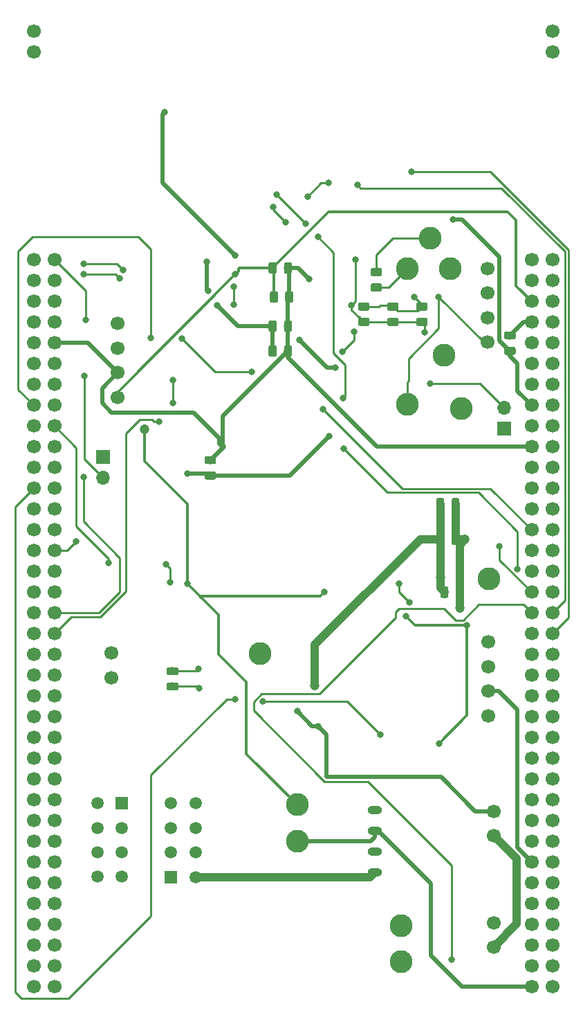
<source format=gbr>
G04 #@! TF.GenerationSoftware,KiCad,Pcbnew,(5.1.4)-1*
G04 #@! TF.CreationDate,2019-11-23T11:55:31-06:00*
G04 #@! TF.ProjectId,BPS_Nucleo,4250535f-4e75-4636-9c65-6f2e6b696361,rev?*
G04 #@! TF.SameCoordinates,Original*
G04 #@! TF.FileFunction,Copper,L2,Bot*
G04 #@! TF.FilePolarity,Positive*
%FSLAX46Y46*%
G04 Gerber Fmt 4.6, Leading zero omitted, Abs format (unit mm)*
G04 Created by KiCad (PCBNEW (5.1.4)-1) date 2019-11-23 11:55:31*
%MOMM*%
%LPD*%
G04 APERTURE LIST*
%ADD10C,1.700000*%
%ADD11C,2.800000*%
%ADD12C,0.100000*%
%ADD13C,0.975000*%
%ADD14O,1.700000X1.700000*%
%ADD15R,1.700000X1.700000*%
%ADD16R,1.500000X1.500000*%
%ADD17C,1.500000*%
%ADD18O,1.800000X1.000000*%
%ADD19C,1.200000*%
%ADD20C,0.800000*%
%ADD21C,1.000000*%
%ADD22C,0.250000*%
%ADD23C,0.500000*%
%ADD24C,0.380000*%
%ADD25C,0.260000*%
G04 APERTURE END LIST*
D10*
X236855000Y-59055000D03*
X234315000Y-59055000D03*
X236855000Y-61595000D03*
X234315000Y-61595000D03*
X236855000Y-64135000D03*
X234315000Y-64135000D03*
X236855000Y-66675000D03*
X234315000Y-66675000D03*
X236855000Y-69215000D03*
X234315000Y-69215000D03*
X236855000Y-71755000D03*
X234315000Y-71755000D03*
X236855000Y-74295000D03*
X234315000Y-74295000D03*
X236855000Y-76835000D03*
X234315000Y-76835000D03*
X236855000Y-79375000D03*
X234315000Y-79375000D03*
X236855000Y-81915000D03*
X234315000Y-81915000D03*
X236855000Y-84455000D03*
X234315000Y-84455000D03*
X236855000Y-86995000D03*
X234315000Y-86995000D03*
X236855000Y-89535000D03*
X234315000Y-89535000D03*
X236855000Y-92075000D03*
X234315000Y-92075000D03*
X236855000Y-94615000D03*
X234315000Y-94615000D03*
X236855000Y-97155000D03*
X234315000Y-97155000D03*
X236855000Y-99695000D03*
X234315000Y-99695000D03*
X236855000Y-102235000D03*
X234315000Y-102235000D03*
X236855000Y-104775000D03*
X234315000Y-104775000D03*
X236855000Y-107315000D03*
X234315000Y-107315000D03*
X236855000Y-109855000D03*
X234315000Y-109855000D03*
X236855000Y-112395000D03*
X234315000Y-112395000D03*
X236855000Y-114935000D03*
X234315000Y-114935000D03*
X236855000Y-117475000D03*
X234315000Y-117475000D03*
X236855000Y-120015000D03*
X234315000Y-120015000D03*
X236855000Y-122555000D03*
X234315000Y-122555000D03*
X236855000Y-125095000D03*
X234315000Y-125095000D03*
X236855000Y-127635000D03*
X234315000Y-127635000D03*
X236855000Y-130175000D03*
X234315000Y-130175000D03*
X236855000Y-132715000D03*
X234315000Y-132715000D03*
X236855000Y-135255000D03*
X234315000Y-135255000D03*
X236855000Y-137795000D03*
X234315000Y-137795000D03*
X236855000Y-140335000D03*
X234315000Y-140335000D03*
X236855000Y-142875000D03*
X234315000Y-142875000D03*
X236855000Y-145415000D03*
X234315000Y-145415000D03*
X236855000Y-147955000D03*
X234315000Y-147955000D03*
X175895000Y-59055000D03*
X173355000Y-59055000D03*
X175895000Y-61595000D03*
X173355000Y-61595000D03*
X175895000Y-64135000D03*
X173355000Y-64135000D03*
X175895000Y-66675000D03*
X173355000Y-66675000D03*
X175895000Y-69215000D03*
X173355000Y-69215000D03*
X175895000Y-71755000D03*
X173355000Y-71755000D03*
X175895000Y-74295000D03*
X173355000Y-74295000D03*
X175895000Y-76835000D03*
X173355000Y-76835000D03*
X175895000Y-79375000D03*
X173355000Y-79375000D03*
X175895000Y-81915000D03*
X173355000Y-81915000D03*
X175895000Y-84455000D03*
X173355000Y-84455000D03*
X175895000Y-86995000D03*
X173355000Y-86995000D03*
X175895000Y-89535000D03*
X173355000Y-89535000D03*
X175895000Y-92075000D03*
X173355000Y-92075000D03*
X175895000Y-94615000D03*
X173355000Y-94615000D03*
X175895000Y-97155000D03*
X173355000Y-97155000D03*
X175895000Y-99695000D03*
X173355000Y-99695000D03*
X175895000Y-102235000D03*
X173355000Y-102235000D03*
X175895000Y-104775000D03*
X173355000Y-104775000D03*
X175895000Y-107315000D03*
X173355000Y-107315000D03*
X175895000Y-109855000D03*
X173355000Y-109855000D03*
X175895000Y-112395000D03*
X173355000Y-112395000D03*
X175895000Y-114935000D03*
X173355000Y-114935000D03*
X175895000Y-117475000D03*
X173355000Y-117475000D03*
X175895000Y-120015000D03*
X173355000Y-120015000D03*
X175895000Y-122555000D03*
X173355000Y-122555000D03*
X175895000Y-125095000D03*
X173355000Y-125095000D03*
X175895000Y-127635000D03*
X173355000Y-127635000D03*
X175895000Y-130175000D03*
X173355000Y-130175000D03*
X175895000Y-132715000D03*
X173355000Y-132715000D03*
X175895000Y-135255000D03*
X173355000Y-135255000D03*
X175895000Y-137795000D03*
X173355000Y-137795000D03*
X175895000Y-140335000D03*
X173355000Y-140335000D03*
X175895000Y-142875000D03*
X173355000Y-142875000D03*
X175895000Y-145415000D03*
X173355000Y-145415000D03*
X175895000Y-147955000D03*
X173355000Y-147955000D03*
X236855000Y-31115000D03*
X236855000Y-33655000D03*
X173355000Y-31115000D03*
X173355000Y-33655000D03*
D11*
X201101960Y-107203240D03*
D10*
X229715060Y-126491740D03*
X229715060Y-129491740D03*
D11*
X221942660Y-56433720D03*
D10*
X182890160Y-107152180D03*
X182890160Y-110152180D03*
D12*
G36*
X221386482Y-64293354D02*
G01*
X221410143Y-64296864D01*
X221433347Y-64302676D01*
X221455869Y-64310734D01*
X221477493Y-64320962D01*
X221498010Y-64333259D01*
X221517223Y-64347509D01*
X221534947Y-64363573D01*
X221551011Y-64381297D01*
X221565261Y-64400510D01*
X221577558Y-64421027D01*
X221587786Y-64442651D01*
X221595844Y-64465173D01*
X221601656Y-64488377D01*
X221605166Y-64512038D01*
X221606340Y-64535930D01*
X221606340Y-65023430D01*
X221605166Y-65047322D01*
X221601656Y-65070983D01*
X221595844Y-65094187D01*
X221587786Y-65116709D01*
X221577558Y-65138333D01*
X221565261Y-65158850D01*
X221551011Y-65178063D01*
X221534947Y-65195787D01*
X221517223Y-65211851D01*
X221498010Y-65226101D01*
X221477493Y-65238398D01*
X221455869Y-65248626D01*
X221433347Y-65256684D01*
X221410143Y-65262496D01*
X221386482Y-65266006D01*
X221362590Y-65267180D01*
X220450090Y-65267180D01*
X220426198Y-65266006D01*
X220402537Y-65262496D01*
X220379333Y-65256684D01*
X220356811Y-65248626D01*
X220335187Y-65238398D01*
X220314670Y-65226101D01*
X220295457Y-65211851D01*
X220277733Y-65195787D01*
X220261669Y-65178063D01*
X220247419Y-65158850D01*
X220235122Y-65138333D01*
X220224894Y-65116709D01*
X220216836Y-65094187D01*
X220211024Y-65070983D01*
X220207514Y-65047322D01*
X220206340Y-65023430D01*
X220206340Y-64535930D01*
X220207514Y-64512038D01*
X220211024Y-64488377D01*
X220216836Y-64465173D01*
X220224894Y-64442651D01*
X220235122Y-64421027D01*
X220247419Y-64400510D01*
X220261669Y-64381297D01*
X220277733Y-64363573D01*
X220295457Y-64347509D01*
X220314670Y-64333259D01*
X220335187Y-64320962D01*
X220356811Y-64310734D01*
X220379333Y-64302676D01*
X220402537Y-64296864D01*
X220426198Y-64293354D01*
X220450090Y-64292180D01*
X221362590Y-64292180D01*
X221386482Y-64293354D01*
X221386482Y-64293354D01*
G37*
D13*
X220906340Y-64779680D03*
D12*
G36*
X221386482Y-66168354D02*
G01*
X221410143Y-66171864D01*
X221433347Y-66177676D01*
X221455869Y-66185734D01*
X221477493Y-66195962D01*
X221498010Y-66208259D01*
X221517223Y-66222509D01*
X221534947Y-66238573D01*
X221551011Y-66256297D01*
X221565261Y-66275510D01*
X221577558Y-66296027D01*
X221587786Y-66317651D01*
X221595844Y-66340173D01*
X221601656Y-66363377D01*
X221605166Y-66387038D01*
X221606340Y-66410930D01*
X221606340Y-66898430D01*
X221605166Y-66922322D01*
X221601656Y-66945983D01*
X221595844Y-66969187D01*
X221587786Y-66991709D01*
X221577558Y-67013333D01*
X221565261Y-67033850D01*
X221551011Y-67053063D01*
X221534947Y-67070787D01*
X221517223Y-67086851D01*
X221498010Y-67101101D01*
X221477493Y-67113398D01*
X221455869Y-67123626D01*
X221433347Y-67131684D01*
X221410143Y-67137496D01*
X221386482Y-67141006D01*
X221362590Y-67142180D01*
X220450090Y-67142180D01*
X220426198Y-67141006D01*
X220402537Y-67137496D01*
X220379333Y-67131684D01*
X220356811Y-67123626D01*
X220335187Y-67113398D01*
X220314670Y-67101101D01*
X220295457Y-67086851D01*
X220277733Y-67070787D01*
X220261669Y-67053063D01*
X220247419Y-67033850D01*
X220235122Y-67013333D01*
X220224894Y-66991709D01*
X220216836Y-66969187D01*
X220211024Y-66945983D01*
X220207514Y-66922322D01*
X220206340Y-66898430D01*
X220206340Y-66410930D01*
X220207514Y-66387038D01*
X220211024Y-66363377D01*
X220216836Y-66340173D01*
X220224894Y-66317651D01*
X220235122Y-66296027D01*
X220247419Y-66275510D01*
X220261669Y-66256297D01*
X220277733Y-66238573D01*
X220295457Y-66222509D01*
X220314670Y-66208259D01*
X220335187Y-66195962D01*
X220356811Y-66185734D01*
X220379333Y-66177676D01*
X220402537Y-66171864D01*
X220426198Y-66168354D01*
X220450090Y-66167180D01*
X221362590Y-66167180D01*
X221386482Y-66168354D01*
X221386482Y-66168354D01*
G37*
D13*
X220906340Y-66654680D03*
D12*
G36*
X214274482Y-66168354D02*
G01*
X214298143Y-66171864D01*
X214321347Y-66177676D01*
X214343869Y-66185734D01*
X214365493Y-66195962D01*
X214386010Y-66208259D01*
X214405223Y-66222509D01*
X214422947Y-66238573D01*
X214439011Y-66256297D01*
X214453261Y-66275510D01*
X214465558Y-66296027D01*
X214475786Y-66317651D01*
X214483844Y-66340173D01*
X214489656Y-66363377D01*
X214493166Y-66387038D01*
X214494340Y-66410930D01*
X214494340Y-66898430D01*
X214493166Y-66922322D01*
X214489656Y-66945983D01*
X214483844Y-66969187D01*
X214475786Y-66991709D01*
X214465558Y-67013333D01*
X214453261Y-67033850D01*
X214439011Y-67053063D01*
X214422947Y-67070787D01*
X214405223Y-67086851D01*
X214386010Y-67101101D01*
X214365493Y-67113398D01*
X214343869Y-67123626D01*
X214321347Y-67131684D01*
X214298143Y-67137496D01*
X214274482Y-67141006D01*
X214250590Y-67142180D01*
X213338090Y-67142180D01*
X213314198Y-67141006D01*
X213290537Y-67137496D01*
X213267333Y-67131684D01*
X213244811Y-67123626D01*
X213223187Y-67113398D01*
X213202670Y-67101101D01*
X213183457Y-67086851D01*
X213165733Y-67070787D01*
X213149669Y-67053063D01*
X213135419Y-67033850D01*
X213123122Y-67013333D01*
X213112894Y-66991709D01*
X213104836Y-66969187D01*
X213099024Y-66945983D01*
X213095514Y-66922322D01*
X213094340Y-66898430D01*
X213094340Y-66410930D01*
X213095514Y-66387038D01*
X213099024Y-66363377D01*
X213104836Y-66340173D01*
X213112894Y-66317651D01*
X213123122Y-66296027D01*
X213135419Y-66275510D01*
X213149669Y-66256297D01*
X213165733Y-66238573D01*
X213183457Y-66222509D01*
X213202670Y-66208259D01*
X213223187Y-66195962D01*
X213244811Y-66185734D01*
X213267333Y-66177676D01*
X213290537Y-66171864D01*
X213314198Y-66168354D01*
X213338090Y-66167180D01*
X214250590Y-66167180D01*
X214274482Y-66168354D01*
X214274482Y-66168354D01*
G37*
D13*
X213794340Y-66654680D03*
D12*
G36*
X214274482Y-64293354D02*
G01*
X214298143Y-64296864D01*
X214321347Y-64302676D01*
X214343869Y-64310734D01*
X214365493Y-64320962D01*
X214386010Y-64333259D01*
X214405223Y-64347509D01*
X214422947Y-64363573D01*
X214439011Y-64381297D01*
X214453261Y-64400510D01*
X214465558Y-64421027D01*
X214475786Y-64442651D01*
X214483844Y-64465173D01*
X214489656Y-64488377D01*
X214493166Y-64512038D01*
X214494340Y-64535930D01*
X214494340Y-65023430D01*
X214493166Y-65047322D01*
X214489656Y-65070983D01*
X214483844Y-65094187D01*
X214475786Y-65116709D01*
X214465558Y-65138333D01*
X214453261Y-65158850D01*
X214439011Y-65178063D01*
X214422947Y-65195787D01*
X214405223Y-65211851D01*
X214386010Y-65226101D01*
X214365493Y-65238398D01*
X214343869Y-65248626D01*
X214321347Y-65256684D01*
X214298143Y-65262496D01*
X214274482Y-65266006D01*
X214250590Y-65267180D01*
X213338090Y-65267180D01*
X213314198Y-65266006D01*
X213290537Y-65262496D01*
X213267333Y-65256684D01*
X213244811Y-65248626D01*
X213223187Y-65238398D01*
X213202670Y-65226101D01*
X213183457Y-65211851D01*
X213165733Y-65195787D01*
X213149669Y-65178063D01*
X213135419Y-65158850D01*
X213123122Y-65138333D01*
X213112894Y-65116709D01*
X213104836Y-65094187D01*
X213099024Y-65070983D01*
X213095514Y-65047322D01*
X213094340Y-65023430D01*
X213094340Y-64535930D01*
X213095514Y-64512038D01*
X213099024Y-64488377D01*
X213104836Y-64465173D01*
X213112894Y-64442651D01*
X213123122Y-64421027D01*
X213135419Y-64400510D01*
X213149669Y-64381297D01*
X213165733Y-64363573D01*
X213183457Y-64347509D01*
X213202670Y-64333259D01*
X213223187Y-64320962D01*
X213244811Y-64310734D01*
X213267333Y-64302676D01*
X213290537Y-64296864D01*
X213314198Y-64293354D01*
X213338090Y-64292180D01*
X214250590Y-64292180D01*
X214274482Y-64293354D01*
X214274482Y-64293354D01*
G37*
D13*
X213794340Y-64779680D03*
D12*
G36*
X217830482Y-66168354D02*
G01*
X217854143Y-66171864D01*
X217877347Y-66177676D01*
X217899869Y-66185734D01*
X217921493Y-66195962D01*
X217942010Y-66208259D01*
X217961223Y-66222509D01*
X217978947Y-66238573D01*
X217995011Y-66256297D01*
X218009261Y-66275510D01*
X218021558Y-66296027D01*
X218031786Y-66317651D01*
X218039844Y-66340173D01*
X218045656Y-66363377D01*
X218049166Y-66387038D01*
X218050340Y-66410930D01*
X218050340Y-66898430D01*
X218049166Y-66922322D01*
X218045656Y-66945983D01*
X218039844Y-66969187D01*
X218031786Y-66991709D01*
X218021558Y-67013333D01*
X218009261Y-67033850D01*
X217995011Y-67053063D01*
X217978947Y-67070787D01*
X217961223Y-67086851D01*
X217942010Y-67101101D01*
X217921493Y-67113398D01*
X217899869Y-67123626D01*
X217877347Y-67131684D01*
X217854143Y-67137496D01*
X217830482Y-67141006D01*
X217806590Y-67142180D01*
X216894090Y-67142180D01*
X216870198Y-67141006D01*
X216846537Y-67137496D01*
X216823333Y-67131684D01*
X216800811Y-67123626D01*
X216779187Y-67113398D01*
X216758670Y-67101101D01*
X216739457Y-67086851D01*
X216721733Y-67070787D01*
X216705669Y-67053063D01*
X216691419Y-67033850D01*
X216679122Y-67013333D01*
X216668894Y-66991709D01*
X216660836Y-66969187D01*
X216655024Y-66945983D01*
X216651514Y-66922322D01*
X216650340Y-66898430D01*
X216650340Y-66410930D01*
X216651514Y-66387038D01*
X216655024Y-66363377D01*
X216660836Y-66340173D01*
X216668894Y-66317651D01*
X216679122Y-66296027D01*
X216691419Y-66275510D01*
X216705669Y-66256297D01*
X216721733Y-66238573D01*
X216739457Y-66222509D01*
X216758670Y-66208259D01*
X216779187Y-66195962D01*
X216800811Y-66185734D01*
X216823333Y-66177676D01*
X216846537Y-66171864D01*
X216870198Y-66168354D01*
X216894090Y-66167180D01*
X217806590Y-66167180D01*
X217830482Y-66168354D01*
X217830482Y-66168354D01*
G37*
D13*
X217350340Y-66654680D03*
D12*
G36*
X217830482Y-64293354D02*
G01*
X217854143Y-64296864D01*
X217877347Y-64302676D01*
X217899869Y-64310734D01*
X217921493Y-64320962D01*
X217942010Y-64333259D01*
X217961223Y-64347509D01*
X217978947Y-64363573D01*
X217995011Y-64381297D01*
X218009261Y-64400510D01*
X218021558Y-64421027D01*
X218031786Y-64442651D01*
X218039844Y-64465173D01*
X218045656Y-64488377D01*
X218049166Y-64512038D01*
X218050340Y-64535930D01*
X218050340Y-65023430D01*
X218049166Y-65047322D01*
X218045656Y-65070983D01*
X218039844Y-65094187D01*
X218031786Y-65116709D01*
X218021558Y-65138333D01*
X218009261Y-65158850D01*
X217995011Y-65178063D01*
X217978947Y-65195787D01*
X217961223Y-65211851D01*
X217942010Y-65226101D01*
X217921493Y-65238398D01*
X217899869Y-65248626D01*
X217877347Y-65256684D01*
X217854143Y-65262496D01*
X217830482Y-65266006D01*
X217806590Y-65267180D01*
X216894090Y-65267180D01*
X216870198Y-65266006D01*
X216846537Y-65262496D01*
X216823333Y-65256684D01*
X216800811Y-65248626D01*
X216779187Y-65238398D01*
X216758670Y-65226101D01*
X216739457Y-65211851D01*
X216721733Y-65195787D01*
X216705669Y-65178063D01*
X216691419Y-65158850D01*
X216679122Y-65138333D01*
X216668894Y-65116709D01*
X216660836Y-65094187D01*
X216655024Y-65070983D01*
X216651514Y-65047322D01*
X216650340Y-65023430D01*
X216650340Y-64535930D01*
X216651514Y-64512038D01*
X216655024Y-64488377D01*
X216660836Y-64465173D01*
X216668894Y-64442651D01*
X216679122Y-64421027D01*
X216691419Y-64400510D01*
X216705669Y-64381297D01*
X216721733Y-64363573D01*
X216739457Y-64347509D01*
X216758670Y-64333259D01*
X216779187Y-64320962D01*
X216800811Y-64310734D01*
X216823333Y-64302676D01*
X216846537Y-64296864D01*
X216870198Y-64293354D01*
X216894090Y-64292180D01*
X217806590Y-64292180D01*
X217830482Y-64293354D01*
X217830482Y-64293354D01*
G37*
D13*
X217350340Y-64779680D03*
D12*
G36*
X223406642Y-92524254D02*
G01*
X223430303Y-92527764D01*
X223453507Y-92533576D01*
X223476029Y-92541634D01*
X223497653Y-92551862D01*
X223518170Y-92564159D01*
X223537383Y-92578409D01*
X223555107Y-92594473D01*
X223571171Y-92612197D01*
X223585421Y-92631410D01*
X223597718Y-92651927D01*
X223607946Y-92673551D01*
X223616004Y-92696073D01*
X223621816Y-92719277D01*
X223625326Y-92742938D01*
X223626500Y-92766830D01*
X223626500Y-93679330D01*
X223625326Y-93703222D01*
X223621816Y-93726883D01*
X223616004Y-93750087D01*
X223607946Y-93772609D01*
X223597718Y-93794233D01*
X223585421Y-93814750D01*
X223571171Y-93833963D01*
X223555107Y-93851687D01*
X223537383Y-93867751D01*
X223518170Y-93882001D01*
X223497653Y-93894298D01*
X223476029Y-93904526D01*
X223453507Y-93912584D01*
X223430303Y-93918396D01*
X223406642Y-93921906D01*
X223382750Y-93923080D01*
X222895250Y-93923080D01*
X222871358Y-93921906D01*
X222847697Y-93918396D01*
X222824493Y-93912584D01*
X222801971Y-93904526D01*
X222780347Y-93894298D01*
X222759830Y-93882001D01*
X222740617Y-93867751D01*
X222722893Y-93851687D01*
X222706829Y-93833963D01*
X222692579Y-93814750D01*
X222680282Y-93794233D01*
X222670054Y-93772609D01*
X222661996Y-93750087D01*
X222656184Y-93726883D01*
X222652674Y-93703222D01*
X222651500Y-93679330D01*
X222651500Y-92766830D01*
X222652674Y-92742938D01*
X222656184Y-92719277D01*
X222661996Y-92696073D01*
X222670054Y-92673551D01*
X222680282Y-92651927D01*
X222692579Y-92631410D01*
X222706829Y-92612197D01*
X222722893Y-92594473D01*
X222740617Y-92578409D01*
X222759830Y-92564159D01*
X222780347Y-92551862D01*
X222801971Y-92541634D01*
X222824493Y-92533576D01*
X222847697Y-92527764D01*
X222871358Y-92524254D01*
X222895250Y-92523080D01*
X223382750Y-92523080D01*
X223406642Y-92524254D01*
X223406642Y-92524254D01*
G37*
D13*
X223139000Y-93223080D03*
D12*
G36*
X225281642Y-92524254D02*
G01*
X225305303Y-92527764D01*
X225328507Y-92533576D01*
X225351029Y-92541634D01*
X225372653Y-92551862D01*
X225393170Y-92564159D01*
X225412383Y-92578409D01*
X225430107Y-92594473D01*
X225446171Y-92612197D01*
X225460421Y-92631410D01*
X225472718Y-92651927D01*
X225482946Y-92673551D01*
X225491004Y-92696073D01*
X225496816Y-92719277D01*
X225500326Y-92742938D01*
X225501500Y-92766830D01*
X225501500Y-93679330D01*
X225500326Y-93703222D01*
X225496816Y-93726883D01*
X225491004Y-93750087D01*
X225482946Y-93772609D01*
X225472718Y-93794233D01*
X225460421Y-93814750D01*
X225446171Y-93833963D01*
X225430107Y-93851687D01*
X225412383Y-93867751D01*
X225393170Y-93882001D01*
X225372653Y-93894298D01*
X225351029Y-93904526D01*
X225328507Y-93912584D01*
X225305303Y-93918396D01*
X225281642Y-93921906D01*
X225257750Y-93923080D01*
X224770250Y-93923080D01*
X224746358Y-93921906D01*
X224722697Y-93918396D01*
X224699493Y-93912584D01*
X224676971Y-93904526D01*
X224655347Y-93894298D01*
X224634830Y-93882001D01*
X224615617Y-93867751D01*
X224597893Y-93851687D01*
X224581829Y-93833963D01*
X224567579Y-93814750D01*
X224555282Y-93794233D01*
X224545054Y-93772609D01*
X224536996Y-93750087D01*
X224531184Y-93726883D01*
X224527674Y-93703222D01*
X224526500Y-93679330D01*
X224526500Y-92766830D01*
X224527674Y-92742938D01*
X224531184Y-92719277D01*
X224536996Y-92696073D01*
X224545054Y-92673551D01*
X224555282Y-92651927D01*
X224567579Y-92631410D01*
X224581829Y-92612197D01*
X224597893Y-92594473D01*
X224615617Y-92578409D01*
X224634830Y-92564159D01*
X224655347Y-92551862D01*
X224676971Y-92541634D01*
X224699493Y-92533576D01*
X224722697Y-92527764D01*
X224746358Y-92524254D01*
X224770250Y-92523080D01*
X225257750Y-92523080D01*
X225281642Y-92524254D01*
X225281642Y-92524254D01*
G37*
D13*
X225014000Y-93223080D03*
D12*
G36*
X223914642Y-99001254D02*
G01*
X223938303Y-99004764D01*
X223961507Y-99010576D01*
X223984029Y-99018634D01*
X224005653Y-99028862D01*
X224026170Y-99041159D01*
X224045383Y-99055409D01*
X224063107Y-99071473D01*
X224079171Y-99089197D01*
X224093421Y-99108410D01*
X224105718Y-99128927D01*
X224115946Y-99150551D01*
X224124004Y-99173073D01*
X224129816Y-99196277D01*
X224133326Y-99219938D01*
X224134500Y-99243830D01*
X224134500Y-100156330D01*
X224133326Y-100180222D01*
X224129816Y-100203883D01*
X224124004Y-100227087D01*
X224115946Y-100249609D01*
X224105718Y-100271233D01*
X224093421Y-100291750D01*
X224079171Y-100310963D01*
X224063107Y-100328687D01*
X224045383Y-100344751D01*
X224026170Y-100359001D01*
X224005653Y-100371298D01*
X223984029Y-100381526D01*
X223961507Y-100389584D01*
X223938303Y-100395396D01*
X223914642Y-100398906D01*
X223890750Y-100400080D01*
X223403250Y-100400080D01*
X223379358Y-100398906D01*
X223355697Y-100395396D01*
X223332493Y-100389584D01*
X223309971Y-100381526D01*
X223288347Y-100371298D01*
X223267830Y-100359001D01*
X223248617Y-100344751D01*
X223230893Y-100328687D01*
X223214829Y-100310963D01*
X223200579Y-100291750D01*
X223188282Y-100271233D01*
X223178054Y-100249609D01*
X223169996Y-100227087D01*
X223164184Y-100203883D01*
X223160674Y-100180222D01*
X223159500Y-100156330D01*
X223159500Y-99243830D01*
X223160674Y-99219938D01*
X223164184Y-99196277D01*
X223169996Y-99173073D01*
X223178054Y-99150551D01*
X223188282Y-99128927D01*
X223200579Y-99108410D01*
X223214829Y-99089197D01*
X223230893Y-99071473D01*
X223248617Y-99055409D01*
X223267830Y-99041159D01*
X223288347Y-99028862D01*
X223309971Y-99018634D01*
X223332493Y-99010576D01*
X223355697Y-99004764D01*
X223379358Y-99001254D01*
X223403250Y-99000080D01*
X223890750Y-99000080D01*
X223914642Y-99001254D01*
X223914642Y-99001254D01*
G37*
D13*
X223647000Y-99700080D03*
D12*
G36*
X225789642Y-99001254D02*
G01*
X225813303Y-99004764D01*
X225836507Y-99010576D01*
X225859029Y-99018634D01*
X225880653Y-99028862D01*
X225901170Y-99041159D01*
X225920383Y-99055409D01*
X225938107Y-99071473D01*
X225954171Y-99089197D01*
X225968421Y-99108410D01*
X225980718Y-99128927D01*
X225990946Y-99150551D01*
X225999004Y-99173073D01*
X226004816Y-99196277D01*
X226008326Y-99219938D01*
X226009500Y-99243830D01*
X226009500Y-100156330D01*
X226008326Y-100180222D01*
X226004816Y-100203883D01*
X225999004Y-100227087D01*
X225990946Y-100249609D01*
X225980718Y-100271233D01*
X225968421Y-100291750D01*
X225954171Y-100310963D01*
X225938107Y-100328687D01*
X225920383Y-100344751D01*
X225901170Y-100359001D01*
X225880653Y-100371298D01*
X225859029Y-100381526D01*
X225836507Y-100389584D01*
X225813303Y-100395396D01*
X225789642Y-100398906D01*
X225765750Y-100400080D01*
X225278250Y-100400080D01*
X225254358Y-100398906D01*
X225230697Y-100395396D01*
X225207493Y-100389584D01*
X225184971Y-100381526D01*
X225163347Y-100371298D01*
X225142830Y-100359001D01*
X225123617Y-100344751D01*
X225105893Y-100328687D01*
X225089829Y-100310963D01*
X225075579Y-100291750D01*
X225063282Y-100271233D01*
X225053054Y-100249609D01*
X225044996Y-100227087D01*
X225039184Y-100203883D01*
X225035674Y-100180222D01*
X225034500Y-100156330D01*
X225034500Y-99243830D01*
X225035674Y-99219938D01*
X225039184Y-99196277D01*
X225044996Y-99173073D01*
X225053054Y-99150551D01*
X225063282Y-99128927D01*
X225075579Y-99108410D01*
X225089829Y-99089197D01*
X225105893Y-99071473D01*
X225123617Y-99055409D01*
X225142830Y-99041159D01*
X225163347Y-99028862D01*
X225184971Y-99018634D01*
X225207493Y-99010576D01*
X225230697Y-99004764D01*
X225254358Y-99001254D01*
X225278250Y-99000080D01*
X225765750Y-99000080D01*
X225789642Y-99001254D01*
X225789642Y-99001254D01*
G37*
D13*
X225522000Y-99700080D03*
D12*
G36*
X223406642Y-88193554D02*
G01*
X223430303Y-88197064D01*
X223453507Y-88202876D01*
X223476029Y-88210934D01*
X223497653Y-88221162D01*
X223518170Y-88233459D01*
X223537383Y-88247709D01*
X223555107Y-88263773D01*
X223571171Y-88281497D01*
X223585421Y-88300710D01*
X223597718Y-88321227D01*
X223607946Y-88342851D01*
X223616004Y-88365373D01*
X223621816Y-88388577D01*
X223625326Y-88412238D01*
X223626500Y-88436130D01*
X223626500Y-89348630D01*
X223625326Y-89372522D01*
X223621816Y-89396183D01*
X223616004Y-89419387D01*
X223607946Y-89441909D01*
X223597718Y-89463533D01*
X223585421Y-89484050D01*
X223571171Y-89503263D01*
X223555107Y-89520987D01*
X223537383Y-89537051D01*
X223518170Y-89551301D01*
X223497653Y-89563598D01*
X223476029Y-89573826D01*
X223453507Y-89581884D01*
X223430303Y-89587696D01*
X223406642Y-89591206D01*
X223382750Y-89592380D01*
X222895250Y-89592380D01*
X222871358Y-89591206D01*
X222847697Y-89587696D01*
X222824493Y-89581884D01*
X222801971Y-89573826D01*
X222780347Y-89563598D01*
X222759830Y-89551301D01*
X222740617Y-89537051D01*
X222722893Y-89520987D01*
X222706829Y-89503263D01*
X222692579Y-89484050D01*
X222680282Y-89463533D01*
X222670054Y-89441909D01*
X222661996Y-89419387D01*
X222656184Y-89396183D01*
X222652674Y-89372522D01*
X222651500Y-89348630D01*
X222651500Y-88436130D01*
X222652674Y-88412238D01*
X222656184Y-88388577D01*
X222661996Y-88365373D01*
X222670054Y-88342851D01*
X222680282Y-88321227D01*
X222692579Y-88300710D01*
X222706829Y-88281497D01*
X222722893Y-88263773D01*
X222740617Y-88247709D01*
X222759830Y-88233459D01*
X222780347Y-88221162D01*
X222801971Y-88210934D01*
X222824493Y-88202876D01*
X222847697Y-88197064D01*
X222871358Y-88193554D01*
X222895250Y-88192380D01*
X223382750Y-88192380D01*
X223406642Y-88193554D01*
X223406642Y-88193554D01*
G37*
D13*
X223139000Y-88892380D03*
D12*
G36*
X225281642Y-88193554D02*
G01*
X225305303Y-88197064D01*
X225328507Y-88202876D01*
X225351029Y-88210934D01*
X225372653Y-88221162D01*
X225393170Y-88233459D01*
X225412383Y-88247709D01*
X225430107Y-88263773D01*
X225446171Y-88281497D01*
X225460421Y-88300710D01*
X225472718Y-88321227D01*
X225482946Y-88342851D01*
X225491004Y-88365373D01*
X225496816Y-88388577D01*
X225500326Y-88412238D01*
X225501500Y-88436130D01*
X225501500Y-89348630D01*
X225500326Y-89372522D01*
X225496816Y-89396183D01*
X225491004Y-89419387D01*
X225482946Y-89441909D01*
X225472718Y-89463533D01*
X225460421Y-89484050D01*
X225446171Y-89503263D01*
X225430107Y-89520987D01*
X225412383Y-89537051D01*
X225393170Y-89551301D01*
X225372653Y-89563598D01*
X225351029Y-89573826D01*
X225328507Y-89581884D01*
X225305303Y-89587696D01*
X225281642Y-89591206D01*
X225257750Y-89592380D01*
X224770250Y-89592380D01*
X224746358Y-89591206D01*
X224722697Y-89587696D01*
X224699493Y-89581884D01*
X224676971Y-89573826D01*
X224655347Y-89563598D01*
X224634830Y-89551301D01*
X224615617Y-89537051D01*
X224597893Y-89520987D01*
X224581829Y-89503263D01*
X224567579Y-89484050D01*
X224555282Y-89463533D01*
X224545054Y-89441909D01*
X224536996Y-89419387D01*
X224531184Y-89396183D01*
X224527674Y-89372522D01*
X224526500Y-89348630D01*
X224526500Y-88436130D01*
X224527674Y-88412238D01*
X224531184Y-88388577D01*
X224536996Y-88365373D01*
X224545054Y-88342851D01*
X224555282Y-88321227D01*
X224567579Y-88300710D01*
X224581829Y-88281497D01*
X224597893Y-88263773D01*
X224615617Y-88247709D01*
X224634830Y-88233459D01*
X224655347Y-88221162D01*
X224676971Y-88210934D01*
X224699493Y-88202876D01*
X224722697Y-88197064D01*
X224746358Y-88193554D01*
X224770250Y-88192380D01*
X225257750Y-88192380D01*
X225281642Y-88193554D01*
X225281642Y-88193554D01*
G37*
D13*
X225014000Y-88892380D03*
D12*
G36*
X232143382Y-67834114D02*
G01*
X232167043Y-67837624D01*
X232190247Y-67843436D01*
X232212769Y-67851494D01*
X232234393Y-67861722D01*
X232254910Y-67874019D01*
X232274123Y-67888269D01*
X232291847Y-67904333D01*
X232307911Y-67922057D01*
X232322161Y-67941270D01*
X232334458Y-67961787D01*
X232344686Y-67983411D01*
X232352744Y-68005933D01*
X232358556Y-68029137D01*
X232362066Y-68052798D01*
X232363240Y-68076690D01*
X232363240Y-68564190D01*
X232362066Y-68588082D01*
X232358556Y-68611743D01*
X232352744Y-68634947D01*
X232344686Y-68657469D01*
X232334458Y-68679093D01*
X232322161Y-68699610D01*
X232307911Y-68718823D01*
X232291847Y-68736547D01*
X232274123Y-68752611D01*
X232254910Y-68766861D01*
X232234393Y-68779158D01*
X232212769Y-68789386D01*
X232190247Y-68797444D01*
X232167043Y-68803256D01*
X232143382Y-68806766D01*
X232119490Y-68807940D01*
X231206990Y-68807940D01*
X231183098Y-68806766D01*
X231159437Y-68803256D01*
X231136233Y-68797444D01*
X231113711Y-68789386D01*
X231092087Y-68779158D01*
X231071570Y-68766861D01*
X231052357Y-68752611D01*
X231034633Y-68736547D01*
X231018569Y-68718823D01*
X231004319Y-68699610D01*
X230992022Y-68679093D01*
X230981794Y-68657469D01*
X230973736Y-68634947D01*
X230967924Y-68611743D01*
X230964414Y-68588082D01*
X230963240Y-68564190D01*
X230963240Y-68076690D01*
X230964414Y-68052798D01*
X230967924Y-68029137D01*
X230973736Y-68005933D01*
X230981794Y-67983411D01*
X230992022Y-67961787D01*
X231004319Y-67941270D01*
X231018569Y-67922057D01*
X231034633Y-67904333D01*
X231052357Y-67888269D01*
X231071570Y-67874019D01*
X231092087Y-67861722D01*
X231113711Y-67851494D01*
X231136233Y-67843436D01*
X231159437Y-67837624D01*
X231183098Y-67834114D01*
X231206990Y-67832940D01*
X232119490Y-67832940D01*
X232143382Y-67834114D01*
X232143382Y-67834114D01*
G37*
D13*
X231663240Y-68320440D03*
D12*
G36*
X232143382Y-69709114D02*
G01*
X232167043Y-69712624D01*
X232190247Y-69718436D01*
X232212769Y-69726494D01*
X232234393Y-69736722D01*
X232254910Y-69749019D01*
X232274123Y-69763269D01*
X232291847Y-69779333D01*
X232307911Y-69797057D01*
X232322161Y-69816270D01*
X232334458Y-69836787D01*
X232344686Y-69858411D01*
X232352744Y-69880933D01*
X232358556Y-69904137D01*
X232362066Y-69927798D01*
X232363240Y-69951690D01*
X232363240Y-70439190D01*
X232362066Y-70463082D01*
X232358556Y-70486743D01*
X232352744Y-70509947D01*
X232344686Y-70532469D01*
X232334458Y-70554093D01*
X232322161Y-70574610D01*
X232307911Y-70593823D01*
X232291847Y-70611547D01*
X232274123Y-70627611D01*
X232254910Y-70641861D01*
X232234393Y-70654158D01*
X232212769Y-70664386D01*
X232190247Y-70672444D01*
X232167043Y-70678256D01*
X232143382Y-70681766D01*
X232119490Y-70682940D01*
X231206990Y-70682940D01*
X231183098Y-70681766D01*
X231159437Y-70678256D01*
X231136233Y-70672444D01*
X231113711Y-70664386D01*
X231092087Y-70654158D01*
X231071570Y-70641861D01*
X231052357Y-70627611D01*
X231034633Y-70611547D01*
X231018569Y-70593823D01*
X231004319Y-70574610D01*
X230992022Y-70554093D01*
X230981794Y-70532469D01*
X230973736Y-70509947D01*
X230967924Y-70486743D01*
X230964414Y-70463082D01*
X230963240Y-70439190D01*
X230963240Y-69951690D01*
X230964414Y-69927798D01*
X230967924Y-69904137D01*
X230973736Y-69880933D01*
X230981794Y-69858411D01*
X230992022Y-69836787D01*
X231004319Y-69816270D01*
X231018569Y-69797057D01*
X231034633Y-69779333D01*
X231052357Y-69763269D01*
X231071570Y-69749019D01*
X231092087Y-69736722D01*
X231113711Y-69726494D01*
X231136233Y-69718436D01*
X231159437Y-69712624D01*
X231183098Y-69709114D01*
X231206990Y-69707940D01*
X232119490Y-69707940D01*
X232143382Y-69709114D01*
X232143382Y-69709114D01*
G37*
D13*
X231663240Y-70195440D03*
D12*
G36*
X215798482Y-60072354D02*
G01*
X215822143Y-60075864D01*
X215845347Y-60081676D01*
X215867869Y-60089734D01*
X215889493Y-60099962D01*
X215910010Y-60112259D01*
X215929223Y-60126509D01*
X215946947Y-60142573D01*
X215963011Y-60160297D01*
X215977261Y-60179510D01*
X215989558Y-60200027D01*
X215999786Y-60221651D01*
X216007844Y-60244173D01*
X216013656Y-60267377D01*
X216017166Y-60291038D01*
X216018340Y-60314930D01*
X216018340Y-60802430D01*
X216017166Y-60826322D01*
X216013656Y-60849983D01*
X216007844Y-60873187D01*
X215999786Y-60895709D01*
X215989558Y-60917333D01*
X215977261Y-60937850D01*
X215963011Y-60957063D01*
X215946947Y-60974787D01*
X215929223Y-60990851D01*
X215910010Y-61005101D01*
X215889493Y-61017398D01*
X215867869Y-61027626D01*
X215845347Y-61035684D01*
X215822143Y-61041496D01*
X215798482Y-61045006D01*
X215774590Y-61046180D01*
X214862090Y-61046180D01*
X214838198Y-61045006D01*
X214814537Y-61041496D01*
X214791333Y-61035684D01*
X214768811Y-61027626D01*
X214747187Y-61017398D01*
X214726670Y-61005101D01*
X214707457Y-60990851D01*
X214689733Y-60974787D01*
X214673669Y-60957063D01*
X214659419Y-60937850D01*
X214647122Y-60917333D01*
X214636894Y-60895709D01*
X214628836Y-60873187D01*
X214623024Y-60849983D01*
X214619514Y-60826322D01*
X214618340Y-60802430D01*
X214618340Y-60314930D01*
X214619514Y-60291038D01*
X214623024Y-60267377D01*
X214628836Y-60244173D01*
X214636894Y-60221651D01*
X214647122Y-60200027D01*
X214659419Y-60179510D01*
X214673669Y-60160297D01*
X214689733Y-60142573D01*
X214707457Y-60126509D01*
X214726670Y-60112259D01*
X214747187Y-60099962D01*
X214768811Y-60089734D01*
X214791333Y-60081676D01*
X214814537Y-60075864D01*
X214838198Y-60072354D01*
X214862090Y-60071180D01*
X215774590Y-60071180D01*
X215798482Y-60072354D01*
X215798482Y-60072354D01*
G37*
D13*
X215318340Y-60558680D03*
D12*
G36*
X215798482Y-61947354D02*
G01*
X215822143Y-61950864D01*
X215845347Y-61956676D01*
X215867869Y-61964734D01*
X215889493Y-61974962D01*
X215910010Y-61987259D01*
X215929223Y-62001509D01*
X215946947Y-62017573D01*
X215963011Y-62035297D01*
X215977261Y-62054510D01*
X215989558Y-62075027D01*
X215999786Y-62096651D01*
X216007844Y-62119173D01*
X216013656Y-62142377D01*
X216017166Y-62166038D01*
X216018340Y-62189930D01*
X216018340Y-62677430D01*
X216017166Y-62701322D01*
X216013656Y-62724983D01*
X216007844Y-62748187D01*
X215999786Y-62770709D01*
X215989558Y-62792333D01*
X215977261Y-62812850D01*
X215963011Y-62832063D01*
X215946947Y-62849787D01*
X215929223Y-62865851D01*
X215910010Y-62880101D01*
X215889493Y-62892398D01*
X215867869Y-62902626D01*
X215845347Y-62910684D01*
X215822143Y-62916496D01*
X215798482Y-62920006D01*
X215774590Y-62921180D01*
X214862090Y-62921180D01*
X214838198Y-62920006D01*
X214814537Y-62916496D01*
X214791333Y-62910684D01*
X214768811Y-62902626D01*
X214747187Y-62892398D01*
X214726670Y-62880101D01*
X214707457Y-62865851D01*
X214689733Y-62849787D01*
X214673669Y-62832063D01*
X214659419Y-62812850D01*
X214647122Y-62792333D01*
X214636894Y-62770709D01*
X214628836Y-62748187D01*
X214623024Y-62724983D01*
X214619514Y-62701322D01*
X214618340Y-62677430D01*
X214618340Y-62189930D01*
X214619514Y-62166038D01*
X214623024Y-62142377D01*
X214628836Y-62119173D01*
X214636894Y-62096651D01*
X214647122Y-62075027D01*
X214659419Y-62054510D01*
X214673669Y-62035297D01*
X214689733Y-62017573D01*
X214707457Y-62001509D01*
X214726670Y-61987259D01*
X214747187Y-61974962D01*
X214768811Y-61964734D01*
X214791333Y-61956676D01*
X214814537Y-61950864D01*
X214838198Y-61947354D01*
X214862090Y-61946180D01*
X215774590Y-61946180D01*
X215798482Y-61947354D01*
X215798482Y-61947354D01*
G37*
D13*
X215318340Y-62433680D03*
D12*
G36*
X195475942Y-84951654D02*
G01*
X195499603Y-84955164D01*
X195522807Y-84960976D01*
X195545329Y-84969034D01*
X195566953Y-84979262D01*
X195587470Y-84991559D01*
X195606683Y-85005809D01*
X195624407Y-85021873D01*
X195640471Y-85039597D01*
X195654721Y-85058810D01*
X195667018Y-85079327D01*
X195677246Y-85100951D01*
X195685304Y-85123473D01*
X195691116Y-85146677D01*
X195694626Y-85170338D01*
X195695800Y-85194230D01*
X195695800Y-85681730D01*
X195694626Y-85705622D01*
X195691116Y-85729283D01*
X195685304Y-85752487D01*
X195677246Y-85775009D01*
X195667018Y-85796633D01*
X195654721Y-85817150D01*
X195640471Y-85836363D01*
X195624407Y-85854087D01*
X195606683Y-85870151D01*
X195587470Y-85884401D01*
X195566953Y-85896698D01*
X195545329Y-85906926D01*
X195522807Y-85914984D01*
X195499603Y-85920796D01*
X195475942Y-85924306D01*
X195452050Y-85925480D01*
X194539550Y-85925480D01*
X194515658Y-85924306D01*
X194491997Y-85920796D01*
X194468793Y-85914984D01*
X194446271Y-85906926D01*
X194424647Y-85896698D01*
X194404130Y-85884401D01*
X194384917Y-85870151D01*
X194367193Y-85854087D01*
X194351129Y-85836363D01*
X194336879Y-85817150D01*
X194324582Y-85796633D01*
X194314354Y-85775009D01*
X194306296Y-85752487D01*
X194300484Y-85729283D01*
X194296974Y-85705622D01*
X194295800Y-85681730D01*
X194295800Y-85194230D01*
X194296974Y-85170338D01*
X194300484Y-85146677D01*
X194306296Y-85123473D01*
X194314354Y-85100951D01*
X194324582Y-85079327D01*
X194336879Y-85058810D01*
X194351129Y-85039597D01*
X194367193Y-85021873D01*
X194384917Y-85005809D01*
X194404130Y-84991559D01*
X194424647Y-84979262D01*
X194446271Y-84969034D01*
X194468793Y-84960976D01*
X194491997Y-84955164D01*
X194515658Y-84951654D01*
X194539550Y-84950480D01*
X195452050Y-84950480D01*
X195475942Y-84951654D01*
X195475942Y-84951654D01*
G37*
D13*
X194995800Y-85437980D03*
D12*
G36*
X195475942Y-83076654D02*
G01*
X195499603Y-83080164D01*
X195522807Y-83085976D01*
X195545329Y-83094034D01*
X195566953Y-83104262D01*
X195587470Y-83116559D01*
X195606683Y-83130809D01*
X195624407Y-83146873D01*
X195640471Y-83164597D01*
X195654721Y-83183810D01*
X195667018Y-83204327D01*
X195677246Y-83225951D01*
X195685304Y-83248473D01*
X195691116Y-83271677D01*
X195694626Y-83295338D01*
X195695800Y-83319230D01*
X195695800Y-83806730D01*
X195694626Y-83830622D01*
X195691116Y-83854283D01*
X195685304Y-83877487D01*
X195677246Y-83900009D01*
X195667018Y-83921633D01*
X195654721Y-83942150D01*
X195640471Y-83961363D01*
X195624407Y-83979087D01*
X195606683Y-83995151D01*
X195587470Y-84009401D01*
X195566953Y-84021698D01*
X195545329Y-84031926D01*
X195522807Y-84039984D01*
X195499603Y-84045796D01*
X195475942Y-84049306D01*
X195452050Y-84050480D01*
X194539550Y-84050480D01*
X194515658Y-84049306D01*
X194491997Y-84045796D01*
X194468793Y-84039984D01*
X194446271Y-84031926D01*
X194424647Y-84021698D01*
X194404130Y-84009401D01*
X194384917Y-83995151D01*
X194367193Y-83979087D01*
X194351129Y-83961363D01*
X194336879Y-83942150D01*
X194324582Y-83921633D01*
X194314354Y-83900009D01*
X194306296Y-83877487D01*
X194300484Y-83854283D01*
X194296974Y-83830622D01*
X194295800Y-83806730D01*
X194295800Y-83319230D01*
X194296974Y-83295338D01*
X194300484Y-83271677D01*
X194306296Y-83248473D01*
X194314354Y-83225951D01*
X194324582Y-83204327D01*
X194336879Y-83183810D01*
X194351129Y-83164597D01*
X194367193Y-83146873D01*
X194384917Y-83130809D01*
X194404130Y-83116559D01*
X194424647Y-83104262D01*
X194446271Y-83094034D01*
X194468793Y-83085976D01*
X194491997Y-83080164D01*
X194515658Y-83076654D01*
X194539550Y-83075480D01*
X195452050Y-83075480D01*
X195475942Y-83076654D01*
X195475942Y-83076654D01*
G37*
D13*
X194995800Y-83562980D03*
D12*
G36*
X202885982Y-59351854D02*
G01*
X202909643Y-59355364D01*
X202932847Y-59361176D01*
X202955369Y-59369234D01*
X202976993Y-59379462D01*
X202997510Y-59391759D01*
X203016723Y-59406009D01*
X203034447Y-59422073D01*
X203050511Y-59439797D01*
X203064761Y-59459010D01*
X203077058Y-59479527D01*
X203087286Y-59501151D01*
X203095344Y-59523673D01*
X203101156Y-59546877D01*
X203104666Y-59570538D01*
X203105840Y-59594430D01*
X203105840Y-60506930D01*
X203104666Y-60530822D01*
X203101156Y-60554483D01*
X203095344Y-60577687D01*
X203087286Y-60600209D01*
X203077058Y-60621833D01*
X203064761Y-60642350D01*
X203050511Y-60661563D01*
X203034447Y-60679287D01*
X203016723Y-60695351D01*
X202997510Y-60709601D01*
X202976993Y-60721898D01*
X202955369Y-60732126D01*
X202932847Y-60740184D01*
X202909643Y-60745996D01*
X202885982Y-60749506D01*
X202862090Y-60750680D01*
X202374590Y-60750680D01*
X202350698Y-60749506D01*
X202327037Y-60745996D01*
X202303833Y-60740184D01*
X202281311Y-60732126D01*
X202259687Y-60721898D01*
X202239170Y-60709601D01*
X202219957Y-60695351D01*
X202202233Y-60679287D01*
X202186169Y-60661563D01*
X202171919Y-60642350D01*
X202159622Y-60621833D01*
X202149394Y-60600209D01*
X202141336Y-60577687D01*
X202135524Y-60554483D01*
X202132014Y-60530822D01*
X202130840Y-60506930D01*
X202130840Y-59594430D01*
X202132014Y-59570538D01*
X202135524Y-59546877D01*
X202141336Y-59523673D01*
X202149394Y-59501151D01*
X202159622Y-59479527D01*
X202171919Y-59459010D01*
X202186169Y-59439797D01*
X202202233Y-59422073D01*
X202219957Y-59406009D01*
X202239170Y-59391759D01*
X202259687Y-59379462D01*
X202281311Y-59369234D01*
X202303833Y-59361176D01*
X202327037Y-59355364D01*
X202350698Y-59351854D01*
X202374590Y-59350680D01*
X202862090Y-59350680D01*
X202885982Y-59351854D01*
X202885982Y-59351854D01*
G37*
D13*
X202618340Y-60050680D03*
D12*
G36*
X204760982Y-59351854D02*
G01*
X204784643Y-59355364D01*
X204807847Y-59361176D01*
X204830369Y-59369234D01*
X204851993Y-59379462D01*
X204872510Y-59391759D01*
X204891723Y-59406009D01*
X204909447Y-59422073D01*
X204925511Y-59439797D01*
X204939761Y-59459010D01*
X204952058Y-59479527D01*
X204962286Y-59501151D01*
X204970344Y-59523673D01*
X204976156Y-59546877D01*
X204979666Y-59570538D01*
X204980840Y-59594430D01*
X204980840Y-60506930D01*
X204979666Y-60530822D01*
X204976156Y-60554483D01*
X204970344Y-60577687D01*
X204962286Y-60600209D01*
X204952058Y-60621833D01*
X204939761Y-60642350D01*
X204925511Y-60661563D01*
X204909447Y-60679287D01*
X204891723Y-60695351D01*
X204872510Y-60709601D01*
X204851993Y-60721898D01*
X204830369Y-60732126D01*
X204807847Y-60740184D01*
X204784643Y-60745996D01*
X204760982Y-60749506D01*
X204737090Y-60750680D01*
X204249590Y-60750680D01*
X204225698Y-60749506D01*
X204202037Y-60745996D01*
X204178833Y-60740184D01*
X204156311Y-60732126D01*
X204134687Y-60721898D01*
X204114170Y-60709601D01*
X204094957Y-60695351D01*
X204077233Y-60679287D01*
X204061169Y-60661563D01*
X204046919Y-60642350D01*
X204034622Y-60621833D01*
X204024394Y-60600209D01*
X204016336Y-60577687D01*
X204010524Y-60554483D01*
X204007014Y-60530822D01*
X204005840Y-60506930D01*
X204005840Y-59594430D01*
X204007014Y-59570538D01*
X204010524Y-59546877D01*
X204016336Y-59523673D01*
X204024394Y-59501151D01*
X204034622Y-59479527D01*
X204046919Y-59459010D01*
X204061169Y-59439797D01*
X204077233Y-59422073D01*
X204094957Y-59406009D01*
X204114170Y-59391759D01*
X204134687Y-59379462D01*
X204156311Y-59369234D01*
X204178833Y-59361176D01*
X204202037Y-59355364D01*
X204225698Y-59351854D01*
X204249590Y-59350680D01*
X204737090Y-59350680D01*
X204760982Y-59351854D01*
X204760982Y-59351854D01*
G37*
D13*
X204493340Y-60050680D03*
D12*
G36*
X202885982Y-69511854D02*
G01*
X202909643Y-69515364D01*
X202932847Y-69521176D01*
X202955369Y-69529234D01*
X202976993Y-69539462D01*
X202997510Y-69551759D01*
X203016723Y-69566009D01*
X203034447Y-69582073D01*
X203050511Y-69599797D01*
X203064761Y-69619010D01*
X203077058Y-69639527D01*
X203087286Y-69661151D01*
X203095344Y-69683673D01*
X203101156Y-69706877D01*
X203104666Y-69730538D01*
X203105840Y-69754430D01*
X203105840Y-70666930D01*
X203104666Y-70690822D01*
X203101156Y-70714483D01*
X203095344Y-70737687D01*
X203087286Y-70760209D01*
X203077058Y-70781833D01*
X203064761Y-70802350D01*
X203050511Y-70821563D01*
X203034447Y-70839287D01*
X203016723Y-70855351D01*
X202997510Y-70869601D01*
X202976993Y-70881898D01*
X202955369Y-70892126D01*
X202932847Y-70900184D01*
X202909643Y-70905996D01*
X202885982Y-70909506D01*
X202862090Y-70910680D01*
X202374590Y-70910680D01*
X202350698Y-70909506D01*
X202327037Y-70905996D01*
X202303833Y-70900184D01*
X202281311Y-70892126D01*
X202259687Y-70881898D01*
X202239170Y-70869601D01*
X202219957Y-70855351D01*
X202202233Y-70839287D01*
X202186169Y-70821563D01*
X202171919Y-70802350D01*
X202159622Y-70781833D01*
X202149394Y-70760209D01*
X202141336Y-70737687D01*
X202135524Y-70714483D01*
X202132014Y-70690822D01*
X202130840Y-70666930D01*
X202130840Y-69754430D01*
X202132014Y-69730538D01*
X202135524Y-69706877D01*
X202141336Y-69683673D01*
X202149394Y-69661151D01*
X202159622Y-69639527D01*
X202171919Y-69619010D01*
X202186169Y-69599797D01*
X202202233Y-69582073D01*
X202219957Y-69566009D01*
X202239170Y-69551759D01*
X202259687Y-69539462D01*
X202281311Y-69529234D01*
X202303833Y-69521176D01*
X202327037Y-69515364D01*
X202350698Y-69511854D01*
X202374590Y-69510680D01*
X202862090Y-69510680D01*
X202885982Y-69511854D01*
X202885982Y-69511854D01*
G37*
D13*
X202618340Y-70210680D03*
D12*
G36*
X204760982Y-69511854D02*
G01*
X204784643Y-69515364D01*
X204807847Y-69521176D01*
X204830369Y-69529234D01*
X204851993Y-69539462D01*
X204872510Y-69551759D01*
X204891723Y-69566009D01*
X204909447Y-69582073D01*
X204925511Y-69599797D01*
X204939761Y-69619010D01*
X204952058Y-69639527D01*
X204962286Y-69661151D01*
X204970344Y-69683673D01*
X204976156Y-69706877D01*
X204979666Y-69730538D01*
X204980840Y-69754430D01*
X204980840Y-70666930D01*
X204979666Y-70690822D01*
X204976156Y-70714483D01*
X204970344Y-70737687D01*
X204962286Y-70760209D01*
X204952058Y-70781833D01*
X204939761Y-70802350D01*
X204925511Y-70821563D01*
X204909447Y-70839287D01*
X204891723Y-70855351D01*
X204872510Y-70869601D01*
X204851993Y-70881898D01*
X204830369Y-70892126D01*
X204807847Y-70900184D01*
X204784643Y-70905996D01*
X204760982Y-70909506D01*
X204737090Y-70910680D01*
X204249590Y-70910680D01*
X204225698Y-70909506D01*
X204202037Y-70905996D01*
X204178833Y-70900184D01*
X204156311Y-70892126D01*
X204134687Y-70881898D01*
X204114170Y-70869601D01*
X204094957Y-70855351D01*
X204077233Y-70839287D01*
X204061169Y-70821563D01*
X204046919Y-70802350D01*
X204034622Y-70781833D01*
X204024394Y-70760209D01*
X204016336Y-70737687D01*
X204010524Y-70714483D01*
X204007014Y-70690822D01*
X204005840Y-70666930D01*
X204005840Y-69754430D01*
X204007014Y-69730538D01*
X204010524Y-69706877D01*
X204016336Y-69683673D01*
X204024394Y-69661151D01*
X204034622Y-69639527D01*
X204046919Y-69619010D01*
X204061169Y-69599797D01*
X204077233Y-69582073D01*
X204094957Y-69566009D01*
X204114170Y-69551759D01*
X204134687Y-69539462D01*
X204156311Y-69529234D01*
X204178833Y-69521176D01*
X204202037Y-69515364D01*
X204225698Y-69511854D01*
X204249590Y-69510680D01*
X204737090Y-69510680D01*
X204760982Y-69511854D01*
X204760982Y-69511854D01*
G37*
D13*
X204493340Y-70210680D03*
D12*
G36*
X204760982Y-66463854D02*
G01*
X204784643Y-66467364D01*
X204807847Y-66473176D01*
X204830369Y-66481234D01*
X204851993Y-66491462D01*
X204872510Y-66503759D01*
X204891723Y-66518009D01*
X204909447Y-66534073D01*
X204925511Y-66551797D01*
X204939761Y-66571010D01*
X204952058Y-66591527D01*
X204962286Y-66613151D01*
X204970344Y-66635673D01*
X204976156Y-66658877D01*
X204979666Y-66682538D01*
X204980840Y-66706430D01*
X204980840Y-67618930D01*
X204979666Y-67642822D01*
X204976156Y-67666483D01*
X204970344Y-67689687D01*
X204962286Y-67712209D01*
X204952058Y-67733833D01*
X204939761Y-67754350D01*
X204925511Y-67773563D01*
X204909447Y-67791287D01*
X204891723Y-67807351D01*
X204872510Y-67821601D01*
X204851993Y-67833898D01*
X204830369Y-67844126D01*
X204807847Y-67852184D01*
X204784643Y-67857996D01*
X204760982Y-67861506D01*
X204737090Y-67862680D01*
X204249590Y-67862680D01*
X204225698Y-67861506D01*
X204202037Y-67857996D01*
X204178833Y-67852184D01*
X204156311Y-67844126D01*
X204134687Y-67833898D01*
X204114170Y-67821601D01*
X204094957Y-67807351D01*
X204077233Y-67791287D01*
X204061169Y-67773563D01*
X204046919Y-67754350D01*
X204034622Y-67733833D01*
X204024394Y-67712209D01*
X204016336Y-67689687D01*
X204010524Y-67666483D01*
X204007014Y-67642822D01*
X204005840Y-67618930D01*
X204005840Y-66706430D01*
X204007014Y-66682538D01*
X204010524Y-66658877D01*
X204016336Y-66635673D01*
X204024394Y-66613151D01*
X204034622Y-66591527D01*
X204046919Y-66571010D01*
X204061169Y-66551797D01*
X204077233Y-66534073D01*
X204094957Y-66518009D01*
X204114170Y-66503759D01*
X204134687Y-66491462D01*
X204156311Y-66481234D01*
X204178833Y-66473176D01*
X204202037Y-66467364D01*
X204225698Y-66463854D01*
X204249590Y-66462680D01*
X204737090Y-66462680D01*
X204760982Y-66463854D01*
X204760982Y-66463854D01*
G37*
D13*
X204493340Y-67162680D03*
D12*
G36*
X202885982Y-66463854D02*
G01*
X202909643Y-66467364D01*
X202932847Y-66473176D01*
X202955369Y-66481234D01*
X202976993Y-66491462D01*
X202997510Y-66503759D01*
X203016723Y-66518009D01*
X203034447Y-66534073D01*
X203050511Y-66551797D01*
X203064761Y-66571010D01*
X203077058Y-66591527D01*
X203087286Y-66613151D01*
X203095344Y-66635673D01*
X203101156Y-66658877D01*
X203104666Y-66682538D01*
X203105840Y-66706430D01*
X203105840Y-67618930D01*
X203104666Y-67642822D01*
X203101156Y-67666483D01*
X203095344Y-67689687D01*
X203087286Y-67712209D01*
X203077058Y-67733833D01*
X203064761Y-67754350D01*
X203050511Y-67773563D01*
X203034447Y-67791287D01*
X203016723Y-67807351D01*
X202997510Y-67821601D01*
X202976993Y-67833898D01*
X202955369Y-67844126D01*
X202932847Y-67852184D01*
X202909643Y-67857996D01*
X202885982Y-67861506D01*
X202862090Y-67862680D01*
X202374590Y-67862680D01*
X202350698Y-67861506D01*
X202327037Y-67857996D01*
X202303833Y-67852184D01*
X202281311Y-67844126D01*
X202259687Y-67833898D01*
X202239170Y-67821601D01*
X202219957Y-67807351D01*
X202202233Y-67791287D01*
X202186169Y-67773563D01*
X202171919Y-67754350D01*
X202159622Y-67733833D01*
X202149394Y-67712209D01*
X202141336Y-67689687D01*
X202135524Y-67666483D01*
X202132014Y-67642822D01*
X202130840Y-67618930D01*
X202130840Y-66706430D01*
X202132014Y-66682538D01*
X202135524Y-66658877D01*
X202141336Y-66635673D01*
X202149394Y-66613151D01*
X202159622Y-66591527D01*
X202171919Y-66571010D01*
X202186169Y-66551797D01*
X202202233Y-66534073D01*
X202219957Y-66518009D01*
X202239170Y-66503759D01*
X202259687Y-66491462D01*
X202281311Y-66481234D01*
X202303833Y-66473176D01*
X202327037Y-66467364D01*
X202350698Y-66463854D01*
X202374590Y-66462680D01*
X202862090Y-66462680D01*
X202885982Y-66463854D01*
X202885982Y-66463854D01*
G37*
D13*
X202618340Y-67162680D03*
D12*
G36*
X203042982Y-62907854D02*
G01*
X203066643Y-62911364D01*
X203089847Y-62917176D01*
X203112369Y-62925234D01*
X203133993Y-62935462D01*
X203154510Y-62947759D01*
X203173723Y-62962009D01*
X203191447Y-62978073D01*
X203207511Y-62995797D01*
X203221761Y-63015010D01*
X203234058Y-63035527D01*
X203244286Y-63057151D01*
X203252344Y-63079673D01*
X203258156Y-63102877D01*
X203261666Y-63126538D01*
X203262840Y-63150430D01*
X203262840Y-64062930D01*
X203261666Y-64086822D01*
X203258156Y-64110483D01*
X203252344Y-64133687D01*
X203244286Y-64156209D01*
X203234058Y-64177833D01*
X203221761Y-64198350D01*
X203207511Y-64217563D01*
X203191447Y-64235287D01*
X203173723Y-64251351D01*
X203154510Y-64265601D01*
X203133993Y-64277898D01*
X203112369Y-64288126D01*
X203089847Y-64296184D01*
X203066643Y-64301996D01*
X203042982Y-64305506D01*
X203019090Y-64306680D01*
X202531590Y-64306680D01*
X202507698Y-64305506D01*
X202484037Y-64301996D01*
X202460833Y-64296184D01*
X202438311Y-64288126D01*
X202416687Y-64277898D01*
X202396170Y-64265601D01*
X202376957Y-64251351D01*
X202359233Y-64235287D01*
X202343169Y-64217563D01*
X202328919Y-64198350D01*
X202316622Y-64177833D01*
X202306394Y-64156209D01*
X202298336Y-64133687D01*
X202292524Y-64110483D01*
X202289014Y-64086822D01*
X202287840Y-64062930D01*
X202287840Y-63150430D01*
X202289014Y-63126538D01*
X202292524Y-63102877D01*
X202298336Y-63079673D01*
X202306394Y-63057151D01*
X202316622Y-63035527D01*
X202328919Y-63015010D01*
X202343169Y-62995797D01*
X202359233Y-62978073D01*
X202376957Y-62962009D01*
X202396170Y-62947759D01*
X202416687Y-62935462D01*
X202438311Y-62925234D01*
X202460833Y-62917176D01*
X202484037Y-62911364D01*
X202507698Y-62907854D01*
X202531590Y-62906680D01*
X203019090Y-62906680D01*
X203042982Y-62907854D01*
X203042982Y-62907854D01*
G37*
D13*
X202775340Y-63606680D03*
D12*
G36*
X204917982Y-62907854D02*
G01*
X204941643Y-62911364D01*
X204964847Y-62917176D01*
X204987369Y-62925234D01*
X205008993Y-62935462D01*
X205029510Y-62947759D01*
X205048723Y-62962009D01*
X205066447Y-62978073D01*
X205082511Y-62995797D01*
X205096761Y-63015010D01*
X205109058Y-63035527D01*
X205119286Y-63057151D01*
X205127344Y-63079673D01*
X205133156Y-63102877D01*
X205136666Y-63126538D01*
X205137840Y-63150430D01*
X205137840Y-64062930D01*
X205136666Y-64086822D01*
X205133156Y-64110483D01*
X205127344Y-64133687D01*
X205119286Y-64156209D01*
X205109058Y-64177833D01*
X205096761Y-64198350D01*
X205082511Y-64217563D01*
X205066447Y-64235287D01*
X205048723Y-64251351D01*
X205029510Y-64265601D01*
X205008993Y-64277898D01*
X204987369Y-64288126D01*
X204964847Y-64296184D01*
X204941643Y-64301996D01*
X204917982Y-64305506D01*
X204894090Y-64306680D01*
X204406590Y-64306680D01*
X204382698Y-64305506D01*
X204359037Y-64301996D01*
X204335833Y-64296184D01*
X204313311Y-64288126D01*
X204291687Y-64277898D01*
X204271170Y-64265601D01*
X204251957Y-64251351D01*
X204234233Y-64235287D01*
X204218169Y-64217563D01*
X204203919Y-64198350D01*
X204191622Y-64177833D01*
X204181394Y-64156209D01*
X204173336Y-64133687D01*
X204167524Y-64110483D01*
X204164014Y-64086822D01*
X204162840Y-64062930D01*
X204162840Y-63150430D01*
X204164014Y-63126538D01*
X204167524Y-63102877D01*
X204173336Y-63079673D01*
X204181394Y-63057151D01*
X204191622Y-63035527D01*
X204203919Y-63015010D01*
X204218169Y-62995797D01*
X204234233Y-62978073D01*
X204251957Y-62962009D01*
X204271170Y-62947759D01*
X204291687Y-62935462D01*
X204313311Y-62925234D01*
X204335833Y-62917176D01*
X204359037Y-62911364D01*
X204382698Y-62907854D01*
X204406590Y-62906680D01*
X204894090Y-62906680D01*
X204917982Y-62907854D01*
X204917982Y-62907854D01*
G37*
D13*
X204650340Y-63606680D03*
D14*
X181864000Y-85725000D03*
D15*
X181864000Y-83185000D03*
X230959660Y-79674720D03*
D14*
X230959660Y-77134720D03*
D12*
G36*
X190845522Y-108870594D02*
G01*
X190869183Y-108874104D01*
X190892387Y-108879916D01*
X190914909Y-108887974D01*
X190936533Y-108898202D01*
X190957050Y-108910499D01*
X190976263Y-108924749D01*
X190993987Y-108940813D01*
X191010051Y-108958537D01*
X191024301Y-108977750D01*
X191036598Y-108998267D01*
X191046826Y-109019891D01*
X191054884Y-109042413D01*
X191060696Y-109065617D01*
X191064206Y-109089278D01*
X191065380Y-109113170D01*
X191065380Y-109600670D01*
X191064206Y-109624562D01*
X191060696Y-109648223D01*
X191054884Y-109671427D01*
X191046826Y-109693949D01*
X191036598Y-109715573D01*
X191024301Y-109736090D01*
X191010051Y-109755303D01*
X190993987Y-109773027D01*
X190976263Y-109789091D01*
X190957050Y-109803341D01*
X190936533Y-109815638D01*
X190914909Y-109825866D01*
X190892387Y-109833924D01*
X190869183Y-109839736D01*
X190845522Y-109843246D01*
X190821630Y-109844420D01*
X189909130Y-109844420D01*
X189885238Y-109843246D01*
X189861577Y-109839736D01*
X189838373Y-109833924D01*
X189815851Y-109825866D01*
X189794227Y-109815638D01*
X189773710Y-109803341D01*
X189754497Y-109789091D01*
X189736773Y-109773027D01*
X189720709Y-109755303D01*
X189706459Y-109736090D01*
X189694162Y-109715573D01*
X189683934Y-109693949D01*
X189675876Y-109671427D01*
X189670064Y-109648223D01*
X189666554Y-109624562D01*
X189665380Y-109600670D01*
X189665380Y-109113170D01*
X189666554Y-109089278D01*
X189670064Y-109065617D01*
X189675876Y-109042413D01*
X189683934Y-109019891D01*
X189694162Y-108998267D01*
X189706459Y-108977750D01*
X189720709Y-108958537D01*
X189736773Y-108940813D01*
X189754497Y-108924749D01*
X189773710Y-108910499D01*
X189794227Y-108898202D01*
X189815851Y-108887974D01*
X189838373Y-108879916D01*
X189861577Y-108874104D01*
X189885238Y-108870594D01*
X189909130Y-108869420D01*
X190821630Y-108869420D01*
X190845522Y-108870594D01*
X190845522Y-108870594D01*
G37*
D13*
X190365380Y-109356920D03*
D12*
G36*
X190845522Y-110745594D02*
G01*
X190869183Y-110749104D01*
X190892387Y-110754916D01*
X190914909Y-110762974D01*
X190936533Y-110773202D01*
X190957050Y-110785499D01*
X190976263Y-110799749D01*
X190993987Y-110815813D01*
X191010051Y-110833537D01*
X191024301Y-110852750D01*
X191036598Y-110873267D01*
X191046826Y-110894891D01*
X191054884Y-110917413D01*
X191060696Y-110940617D01*
X191064206Y-110964278D01*
X191065380Y-110988170D01*
X191065380Y-111475670D01*
X191064206Y-111499562D01*
X191060696Y-111523223D01*
X191054884Y-111546427D01*
X191046826Y-111568949D01*
X191036598Y-111590573D01*
X191024301Y-111611090D01*
X191010051Y-111630303D01*
X190993987Y-111648027D01*
X190976263Y-111664091D01*
X190957050Y-111678341D01*
X190936533Y-111690638D01*
X190914909Y-111700866D01*
X190892387Y-111708924D01*
X190869183Y-111714736D01*
X190845522Y-111718246D01*
X190821630Y-111719420D01*
X189909130Y-111719420D01*
X189885238Y-111718246D01*
X189861577Y-111714736D01*
X189838373Y-111708924D01*
X189815851Y-111700866D01*
X189794227Y-111690638D01*
X189773710Y-111678341D01*
X189754497Y-111664091D01*
X189736773Y-111648027D01*
X189720709Y-111630303D01*
X189706459Y-111611090D01*
X189694162Y-111590573D01*
X189683934Y-111568949D01*
X189675876Y-111546427D01*
X189670064Y-111523223D01*
X189666554Y-111499562D01*
X189665380Y-111475670D01*
X189665380Y-110988170D01*
X189666554Y-110964278D01*
X189670064Y-110940617D01*
X189675876Y-110917413D01*
X189683934Y-110894891D01*
X189694162Y-110873267D01*
X189706459Y-110852750D01*
X189720709Y-110833537D01*
X189736773Y-110815813D01*
X189754497Y-110799749D01*
X189773710Y-110785499D01*
X189794227Y-110773202D01*
X189815851Y-110762974D01*
X189838373Y-110754916D01*
X189861577Y-110749104D01*
X189885238Y-110745594D01*
X189909130Y-110744420D01*
X190821630Y-110744420D01*
X190845522Y-110745594D01*
X190845522Y-110745594D01*
G37*
D13*
X190365380Y-111231920D03*
D11*
X223578420Y-70683120D03*
D16*
X184147460Y-125516640D03*
D17*
X184147460Y-128516640D03*
X184147460Y-131516640D03*
X184147460Y-134516640D03*
X181147460Y-125516640D03*
X181147460Y-128516640D03*
X181147460Y-131516640D03*
X181147460Y-134516640D03*
D10*
X228917500Y-66137040D03*
X228917500Y-63137040D03*
X228917500Y-60137040D03*
X228917500Y-69137040D03*
X183639460Y-66852020D03*
X183639460Y-75852020D03*
X183639460Y-72852020D03*
X183639460Y-69852020D03*
D17*
X193187580Y-125536180D03*
X193187580Y-128536180D03*
X193187580Y-131536180D03*
X193187580Y-134536180D03*
X190187580Y-125536180D03*
X190187580Y-128536180D03*
X190187580Y-131536180D03*
D16*
X190187580Y-134536180D03*
D11*
X229108000Y-98049080D03*
X225752660Y-77261720D03*
X205615540Y-125702060D03*
X219148660Y-60116720D03*
D10*
X229044500Y-114796080D03*
X229044500Y-105796080D03*
X229044500Y-108796080D03*
X229044500Y-111796080D03*
X229661720Y-140113760D03*
X229661720Y-143113760D03*
D18*
X215140540Y-133957060D03*
X215140540Y-131417060D03*
X215140540Y-128877060D03*
X215140540Y-126337060D03*
D11*
X205615540Y-130147060D03*
X218366340Y-144929860D03*
X224355660Y-60116720D03*
X219069920Y-76733400D03*
X218366340Y-140484860D03*
D19*
X223139000Y-97922080D03*
X207802480Y-111140220D03*
X225552000Y-101605080D03*
X226179380Y-93225620D03*
D20*
X197993000Y-112776000D03*
X201422000Y-113030000D03*
X215773000Y-117094000D03*
X196494400Y-81927700D03*
X207083660Y-61386720D03*
X197993000Y-58547000D03*
X189357000Y-41021000D03*
X198041260Y-60853320D03*
X226420680Y-103738680D03*
X222991680Y-118216680D03*
X192151000Y-98679000D03*
D19*
X186944000Y-79756000D03*
D20*
X218948000Y-102616000D03*
X208915000Y-99695000D03*
X192148460Y-85232240D03*
X195834000Y-64643000D03*
X209550000Y-80645000D03*
X210312000Y-72263000D03*
X205867000Y-68834000D03*
X224663000Y-54102000D03*
X194564000Y-59309000D03*
X194691000Y-62865000D03*
X219971620Y-63606680D03*
X212778340Y-59034680D03*
X221267020Y-67899280D03*
X212270340Y-64622680D03*
X190373000Y-73787000D03*
X190373000Y-76581000D03*
X188722000Y-78867000D03*
X179451000Y-85598000D03*
X208155540Y-116083080D03*
X205607920Y-114274600D03*
X208788000Y-77343000D03*
X204216000Y-54483000D03*
X202692000Y-52578000D03*
X206883000Y-51308000D03*
X209423000Y-49657000D03*
X219583000Y-48260000D03*
X212979000Y-49911000D03*
X224536000Y-144653000D03*
X203073000Y-51054000D03*
X206629000Y-54610000D03*
X208153000Y-56261000D03*
X211201000Y-75946000D03*
X211328000Y-82169000D03*
X232611680Y-96901000D03*
X179578000Y-73279000D03*
X179705000Y-66421000D03*
X221942660Y-74213720D03*
X218059000Y-98679000D03*
X219329000Y-100970080D03*
X230378000Y-94107000D03*
X200025000Y-72771000D03*
X191516000Y-68707000D03*
X187706000Y-68580000D03*
X193629280Y-111437420D03*
X190073280Y-98483420D03*
X189565280Y-96291400D03*
X193583560Y-109090460D03*
X178562000Y-93472000D03*
X222938340Y-63606680D03*
X211187052Y-70257699D03*
X212624493Y-67824529D03*
X197866000Y-64516000D03*
X197866000Y-62357000D03*
X184277000Y-60325000D03*
X179451000Y-59563000D03*
X183896000Y-61341000D03*
X179451000Y-60833000D03*
X182499000Y-96139000D03*
D21*
X223139000Y-93223080D02*
X223139000Y-88892380D01*
X223139000Y-97922080D02*
X223139000Y-99192080D01*
X223139000Y-93223080D02*
X223139000Y-97922080D01*
X223139000Y-99192080D02*
X223647000Y-99700080D01*
X214561420Y-134536180D02*
X215140540Y-133957060D01*
X193187580Y-134536180D02*
X214561420Y-134536180D01*
X223139000Y-93223080D02*
X220720920Y-93223080D01*
X220720920Y-93223080D02*
X207802480Y-106141520D01*
X207802480Y-106141520D02*
X207802480Y-111140220D01*
X225014000Y-93223080D02*
X225014000Y-88892380D01*
X225522000Y-93883000D02*
X226179380Y-93225620D01*
X225014000Y-93223080D02*
X226176840Y-93223080D01*
X225522000Y-99700080D02*
X225522000Y-101575080D01*
X225522000Y-101575080D02*
X225552000Y-101605080D01*
X225522000Y-99700080D02*
X225522000Y-93883000D01*
X226176840Y-93223080D02*
X226179380Y-93225620D01*
X229661720Y-143113760D02*
X232501440Y-140274040D01*
X232501440Y-132278120D02*
X229715060Y-129491740D01*
X232501440Y-140274040D02*
X232501440Y-132278120D01*
D22*
X173355000Y-86995000D02*
X171069000Y-89281000D01*
X187706000Y-139319000D02*
X187706000Y-122047000D01*
X187706000Y-122047000D02*
X196977000Y-112776000D01*
X196977000Y-112776000D02*
X197993000Y-112776000D01*
X201422000Y-113030000D02*
X211709000Y-113030000D01*
X211709000Y-113030000D02*
X215773000Y-117094000D01*
X187706000Y-139319000D02*
X177622200Y-149402800D01*
X171069000Y-148615400D02*
X171069000Y-147828000D01*
X171856400Y-149402800D02*
X171069000Y-148615400D01*
X177622200Y-149402800D02*
X171856400Y-149402800D01*
X171069000Y-89281000D02*
X171069000Y-147828000D01*
D23*
X196494400Y-82064380D02*
X194995800Y-83562980D01*
X204493340Y-60050680D02*
X205747620Y-60050680D01*
X205615540Y-130147060D02*
X214630540Y-130147060D01*
X196494400Y-81927700D02*
X196494400Y-82064380D01*
X205747620Y-60050680D02*
X207083660Y-61386720D01*
X214630540Y-130147060D02*
X215140540Y-129637060D01*
X215140540Y-129637060D02*
X215140540Y-128877060D01*
X204493340Y-63763680D02*
X204650340Y-63606680D01*
X204493340Y-67162680D02*
X204493340Y-63763680D01*
X204650340Y-63606680D02*
X204650340Y-60207680D01*
X204650340Y-60207680D02*
X204493340Y-60050680D01*
X204493340Y-70210680D02*
X204493340Y-67162680D01*
X180002440Y-69215000D02*
X175895000Y-69215000D01*
X183639460Y-72852020D02*
X180002440Y-69215000D01*
X233308680Y-66675000D02*
X234315000Y-66675000D01*
X231663240Y-68320440D02*
X233308680Y-66675000D01*
X204493340Y-70210680D02*
X201852000Y-72852020D01*
X204493340Y-70210680D02*
X204493340Y-71016340D01*
X215392000Y-81915000D02*
X234315000Y-81915000D01*
X204493340Y-71016340D02*
X215392000Y-81915000D01*
X196494400Y-78209620D02*
X204493340Y-70210680D01*
X196494400Y-81927700D02*
X196494400Y-78209620D01*
X215540540Y-128877060D02*
X221996000Y-135332520D01*
X215140540Y-128877060D02*
X215540540Y-128877060D01*
X221996000Y-135332520D02*
X221996000Y-144145000D01*
X225806000Y-147955000D02*
X234315000Y-147955000D01*
X221996000Y-144145000D02*
X225806000Y-147955000D01*
X230246581Y-111796080D02*
X232537000Y-114086499D01*
X229044500Y-111796080D02*
X230246581Y-111796080D01*
X232537000Y-130937000D02*
X234315000Y-132715000D01*
X232537000Y-114086499D02*
X232537000Y-130937000D01*
X196494400Y-81927700D02*
X196094401Y-81527701D01*
X181737000Y-74754480D02*
X183639460Y-72852020D01*
X181737000Y-76581000D02*
X181737000Y-74754480D01*
X196094401Y-81527701D02*
X196094401Y-80905401D01*
X196094401Y-80905401D02*
X192913000Y-77724000D01*
X182880000Y-77724000D02*
X181737000Y-76581000D01*
X192913000Y-77724000D02*
X182880000Y-77724000D01*
X189103000Y-49657000D02*
X189103000Y-44450000D01*
X197993000Y-58547000D02*
X189103000Y-49657000D01*
X189103000Y-44450000D02*
X189103000Y-41275000D01*
X189103000Y-41275000D02*
X189357000Y-41021000D01*
D24*
X198041260Y-60853320D02*
X198441259Y-60453321D01*
X198441259Y-60163761D02*
X198554340Y-60050680D01*
X198441259Y-60453321D02*
X198441259Y-60163761D01*
X202618340Y-60050680D02*
X198554340Y-60050680D01*
X202775340Y-63606680D02*
X202775340Y-60207680D01*
X202775340Y-60207680D02*
X202618340Y-60050680D01*
X226420680Y-114787680D02*
X226420680Y-103738680D01*
X222991680Y-118216680D02*
X226420680Y-114787680D01*
X183639460Y-75255120D02*
X183639460Y-75852020D01*
X198041260Y-60853320D02*
X183639460Y-75255120D01*
X232410000Y-62230000D02*
X232410000Y-54229000D01*
X234315000Y-64135000D02*
X232410000Y-62230000D01*
X232410000Y-54229000D02*
X231394000Y-53213000D01*
X209456020Y-53213000D02*
X202618340Y-60050680D01*
X231394000Y-53213000D02*
X209456020Y-53213000D01*
X199371959Y-119458479D02*
X199371959Y-110725959D01*
X205615540Y-125702060D02*
X199371959Y-119458479D01*
X199371959Y-110725959D02*
X195961000Y-107315000D01*
X195961000Y-102489000D02*
X192849500Y-99377500D01*
X195961000Y-107315000D02*
X195961000Y-102489000D01*
X192151000Y-98679000D02*
X192849500Y-99377500D01*
X226420680Y-103738680D02*
X220070680Y-103738680D01*
X220070680Y-103738680D02*
X218948000Y-102616000D01*
X208407000Y-100203000D02*
X208915000Y-99695000D01*
X193675000Y-100203000D02*
X208407000Y-100203000D01*
X193675000Y-100203000D02*
X193802000Y-100330000D01*
X192849500Y-99377500D02*
X193675000Y-100203000D01*
X192151000Y-88900000D02*
X192151000Y-98679000D01*
X186944000Y-79756000D02*
X186944000Y-83693000D01*
X186944000Y-83693000D02*
X192151000Y-88900000D01*
D23*
X202618340Y-70210680D02*
X202618340Y-67162680D01*
X194790060Y-85232240D02*
X194995800Y-85437980D01*
X192148460Y-85232240D02*
X194790060Y-85232240D01*
X231663240Y-70782940D02*
X232613200Y-71732900D01*
X231663240Y-70195440D02*
X231663240Y-70782940D01*
X232613200Y-75133200D02*
X234315000Y-76835000D01*
X232613200Y-71732900D02*
X232613200Y-75133200D01*
X202618340Y-67162680D02*
X198353680Y-67162680D01*
X198353680Y-67162680D02*
X195834000Y-64643000D01*
X194995800Y-85437980D02*
X204757020Y-85437980D01*
X204757020Y-85437980D02*
X209550000Y-80645000D01*
X210312000Y-72263000D02*
X209296000Y-72263000D01*
X209296000Y-72263000D02*
X205867000Y-68834000D01*
X230378000Y-68910200D02*
X230378000Y-58674000D01*
X231663240Y-70195440D02*
X230378000Y-68910200D01*
X230378000Y-58674000D02*
X225806000Y-54102000D01*
X225806000Y-54102000D02*
X224663000Y-54102000D01*
X194564000Y-59309000D02*
X194564000Y-62738000D01*
X194564000Y-62738000D02*
X194691000Y-62865000D01*
D22*
X217370660Y-56433720D02*
X221942660Y-56433720D01*
X215318340Y-60558680D02*
X215318340Y-58486040D01*
X215318340Y-58486040D02*
X217370660Y-56433720D01*
X215318340Y-62433680D02*
X216831700Y-62433680D01*
X216831700Y-62433680D02*
X219148660Y-60116720D01*
X220350103Y-65335917D02*
X220906340Y-64779680D01*
X217193340Y-64622680D02*
X217350340Y-64779680D01*
X215669340Y-64779680D02*
X215826340Y-64622680D01*
X213794340Y-64779680D02*
X215669340Y-64779680D01*
X217906577Y-65335917D02*
X220350103Y-65335917D01*
X220906340Y-64541400D02*
X219971620Y-63606680D01*
X215826340Y-64622680D02*
X217193340Y-64622680D01*
X217350340Y-64779680D02*
X217906577Y-65335917D01*
X220906340Y-64779680D02*
X220906340Y-64541400D01*
D25*
X221267020Y-67899280D02*
X221267020Y-67015360D01*
X221267020Y-67015360D02*
X220906340Y-66654680D01*
D22*
X217350340Y-66654680D02*
X220906340Y-66654680D01*
X213794340Y-66654680D02*
X217350340Y-66654680D01*
X212778340Y-64114680D02*
X212778340Y-59034680D01*
X213794340Y-66654680D02*
X213238103Y-66098443D01*
X213238103Y-66098443D02*
X213180418Y-66098443D01*
X213180418Y-66098443D02*
X212270340Y-65188365D01*
X212270340Y-65188365D02*
X212270340Y-64622680D01*
X212270340Y-64622680D02*
X212778340Y-64114680D01*
X190373000Y-73787000D02*
X190373000Y-76581000D01*
X188156315Y-78867000D02*
X187902315Y-78613000D01*
X188722000Y-78867000D02*
X188156315Y-78867000D01*
X187902315Y-78613000D02*
X186309000Y-78613000D01*
X186309000Y-78613000D02*
X184658000Y-80264000D01*
X184658000Y-99569410D02*
X181484410Y-102743000D01*
X184658000Y-80264000D02*
X184658000Y-99569410D01*
X177927000Y-102743000D02*
X175895000Y-104775000D01*
X181484410Y-102743000D02*
X177927000Y-102743000D01*
X179451000Y-85598000D02*
X179451000Y-91059000D01*
X179451000Y-91059000D02*
X183896000Y-95504000D01*
X183896000Y-95504000D02*
X183896000Y-99695000D01*
X181356000Y-102235000D02*
X175895000Y-102235000D01*
X183896000Y-99695000D02*
X181356000Y-102235000D01*
D23*
X208155540Y-116083080D02*
X208155540Y-116083080D01*
X208155540Y-116083080D02*
X207416400Y-116083080D01*
X207416400Y-116083080D02*
X205607920Y-114274600D01*
X228512979Y-126491740D02*
X229715060Y-126491740D01*
X227431340Y-126491740D02*
X228512979Y-126491740D01*
X223240340Y-122300740D02*
X227431340Y-126491740D01*
X209229960Y-122300740D02*
X223240340Y-122300740D01*
X209229960Y-117157500D02*
X209229960Y-122300740D01*
X208155540Y-116083080D02*
X209229960Y-117157500D01*
D22*
X218497990Y-87052990D02*
X208788000Y-77343000D01*
X234315000Y-92075000D02*
X229292990Y-87052990D01*
X229292990Y-87052990D02*
X218497990Y-87052990D01*
X204216000Y-54483000D02*
X202692000Y-52959000D01*
X202692000Y-52959000D02*
X202692000Y-52578000D01*
X206883000Y-51308000D02*
X208534000Y-49657000D01*
X208534000Y-49657000D02*
X209423000Y-49657000D01*
X237704999Y-103925001D02*
X236855000Y-104775000D01*
X238829010Y-102800990D02*
X237704999Y-103925001D01*
X238829010Y-57852600D02*
X238829010Y-102800990D01*
X229236410Y-48260000D02*
X238829010Y-57852600D01*
X219583000Y-48260000D02*
X229236410Y-48260000D01*
X213378999Y-50310999D02*
X230650999Y-50310999D01*
X212979000Y-49911000D02*
X213378999Y-50310999D01*
X230650999Y-50310999D02*
X238379000Y-58039000D01*
X238379000Y-100711000D02*
X236855000Y-102235000D01*
X238379000Y-58039000D02*
X238379000Y-100711000D01*
X208991784Y-122875750D02*
X200279000Y-114162966D01*
X214315750Y-122875750D02*
X208991784Y-122875750D01*
X224536000Y-144653000D02*
X224536000Y-133096000D01*
X224536000Y-133096000D02*
X214315750Y-122875750D01*
X200279000Y-113099998D02*
X201237998Y-112141000D01*
X200279000Y-114162966D02*
X200279000Y-113099998D01*
X208349998Y-112141000D02*
X217678000Y-102812998D01*
X201237998Y-112141000D02*
X208349998Y-112141000D01*
X217678000Y-102812998D02*
X217678000Y-102108000D01*
X218090919Y-101695081D02*
X223615081Y-101695081D01*
X217678000Y-102108000D02*
X218090919Y-101695081D01*
X225962358Y-103124000D02*
X227867358Y-101219000D01*
X223615081Y-101695081D02*
X225044000Y-103124000D01*
X225044000Y-103124000D02*
X225962358Y-103124000D01*
X233299000Y-101219000D02*
X234315000Y-102235000D01*
X227867358Y-101219000D02*
X233299000Y-101219000D01*
X203073000Y-51054000D02*
X206629000Y-54610000D01*
X208153000Y-56261000D02*
X210058000Y-58166000D01*
X210058000Y-58166000D02*
X210058000Y-70485000D01*
X210058000Y-70485000D02*
X211455000Y-71882000D01*
X211455000Y-71882000D02*
X211455000Y-75692000D01*
X211455000Y-75692000D02*
X211201000Y-75946000D01*
X211328000Y-82169000D02*
X216662000Y-87503000D01*
X216662000Y-87503000D02*
X227838000Y-87503000D01*
X227838000Y-87503000D02*
X232611680Y-92276680D01*
X232611680Y-92276680D02*
X232611680Y-96901000D01*
X179705000Y-62865000D02*
X175895000Y-59055000D01*
X179705000Y-66421000D02*
X179705000Y-62865000D01*
X179578000Y-83439000D02*
X181864000Y-85725000D01*
X179578000Y-73279000D02*
X179578000Y-83439000D01*
X228019661Y-74194721D02*
X230959660Y-77134720D01*
X221961659Y-74194721D02*
X228019661Y-74194721D01*
X218059000Y-99700080D02*
X219329000Y-100970080D01*
X218059000Y-98430080D02*
X218059000Y-99700080D01*
X230378000Y-95758000D02*
X234315000Y-99695000D01*
X230378000Y-94107000D02*
X230378000Y-95758000D01*
X200025000Y-72771000D02*
X195580000Y-72771000D01*
X195580000Y-72771000D02*
X191516000Y-68707000D01*
X187706000Y-68580000D02*
X187706000Y-57785000D01*
X187706000Y-57785000D02*
X186182000Y-56261000D01*
X186182000Y-56261000D02*
X173228000Y-56261000D01*
X173228000Y-56261000D02*
X171450000Y-58039000D01*
X171450000Y-74930000D02*
X173355000Y-76835000D01*
X171450000Y-58039000D02*
X171450000Y-74930000D01*
X190365380Y-111231920D02*
X193423780Y-111231920D01*
X193423780Y-111231920D02*
X193629280Y-111437420D01*
X190073280Y-98483420D02*
X190073280Y-96799400D01*
X190073280Y-96799400D02*
X189565280Y-96291400D01*
X190365380Y-109356920D02*
X193317100Y-109356920D01*
X193317100Y-109356920D02*
X193583560Y-109090460D01*
X175895000Y-94615000D02*
X177419000Y-94615000D01*
X177419000Y-94615000D02*
X178562000Y-93472000D01*
X219069920Y-74038460D02*
X219069920Y-76733400D01*
X222938340Y-63606680D02*
X222938340Y-67457320D01*
X222938340Y-67457320D02*
X219245342Y-71150318D01*
X222938340Y-63606680D02*
X228468700Y-69137040D01*
X219245342Y-71150318D02*
X219245342Y-73863038D01*
X228468700Y-69137040D02*
X228917500Y-69137040D01*
X219245342Y-73863038D02*
X219069920Y-74038460D01*
X212624493Y-68820258D02*
X211187052Y-70257699D01*
X212624493Y-67824529D02*
X212624493Y-68820258D01*
X197866000Y-64516000D02*
X197866000Y-62357000D01*
X184277000Y-60325000D02*
X183515000Y-59563000D01*
X183515000Y-59563000D02*
X179451000Y-59563000D01*
X183896000Y-61341000D02*
X183388000Y-60833000D01*
X183388000Y-60833000D02*
X179451000Y-60833000D01*
X182499000Y-95573315D02*
X178562000Y-91636315D01*
X182499000Y-96139000D02*
X182499000Y-95573315D01*
X178562000Y-82042000D02*
X175895000Y-79375000D01*
X178562000Y-91636315D02*
X178562000Y-82042000D01*
M02*

</source>
